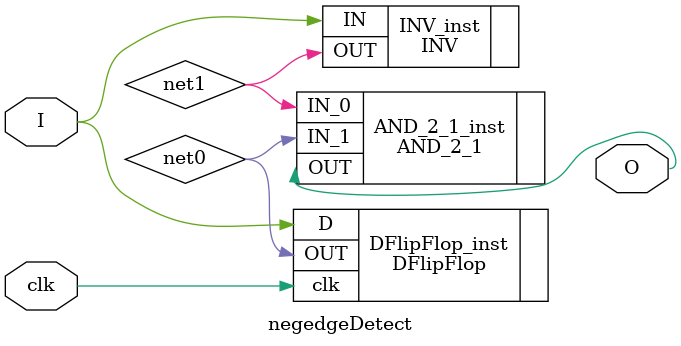
<source format=v>
module negedgeDetect(
input wire clk, //Ê±ÖÓ
input wire I, //1bitÓÐÐ§Î»
output wire O //Êä³öµÄxµÄ¾ø¶ÔÖµ
);

wire net0, net1;

DFlipFlop #(
.DW     (   1   )
) DFlipFlop_inst(
.clk    (   clk     ),
.D      (   I       ),
.OUT    (   net0    )
);

INV INV_inst(  
.IN(I),
.OUT(net1)
);

AND_2_1 AND_2_1_inst(
.IN_1(net0),
.IN_0(net1),
.OUT(O)
);

endmodule
</source>
